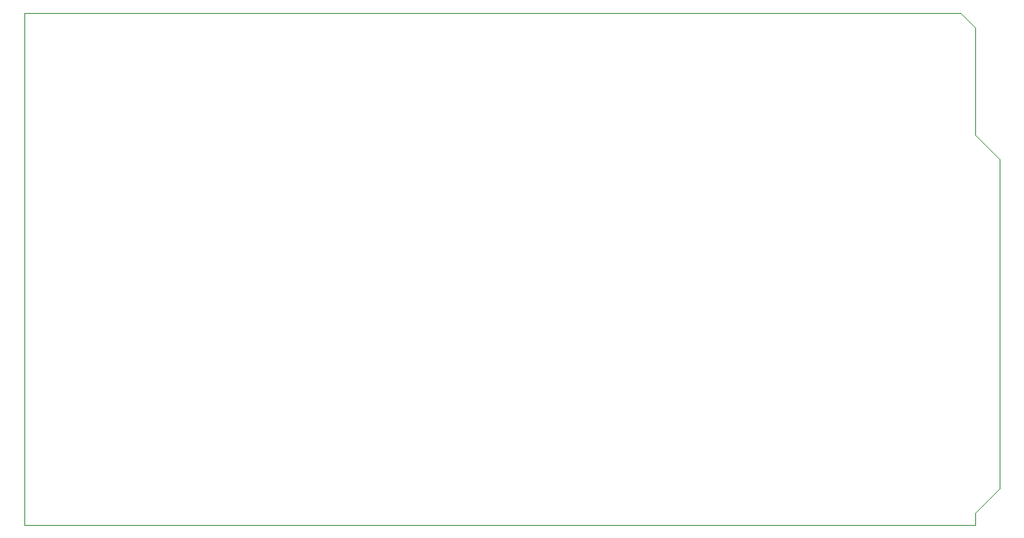
<source format=gbr>
%TF.GenerationSoftware,KiCad,Pcbnew,5.1.6-c6e7f7d~87~ubuntu18.04.1*%
%TF.CreationDate,2021-01-08T15:26:17+00:00*%
%TF.ProjectId,Direct-drive-LEDs,44697265-6374-42d6-9472-6976652d4c45,rev?*%
%TF.SameCoordinates,Original*%
%TF.FileFunction,Profile,NP*%
%FSLAX46Y46*%
G04 Gerber Fmt 4.6, Leading zero omitted, Abs format (unit mm)*
G04 Created by KiCad (PCBNEW 5.1.6-c6e7f7d~87~ubuntu18.04.1) date 2021-01-08 15:26:17*
%MOMM*%
%LPD*%
G01*
G04 APERTURE LIST*
%TA.AperFunction,Profile*%
%ADD10C,0.050000*%
%TD*%
G04 APERTURE END LIST*
D10*
X22352000Y-125984000D02*
X119888000Y-125984000D01*
X22352000Y-179324000D02*
X22352000Y-125984000D01*
X121412000Y-179324000D02*
X22352000Y-179324000D01*
X121412000Y-178054000D02*
X121412000Y-179324000D01*
X123952000Y-175514000D02*
X121412000Y-178054000D01*
X123952000Y-141224000D02*
X123952000Y-175514000D01*
X121412000Y-138684000D02*
X123952000Y-141224000D01*
X121412000Y-127508000D02*
X121412000Y-138684000D01*
X119888000Y-125984000D02*
X121412000Y-127508000D01*
M02*

</source>
